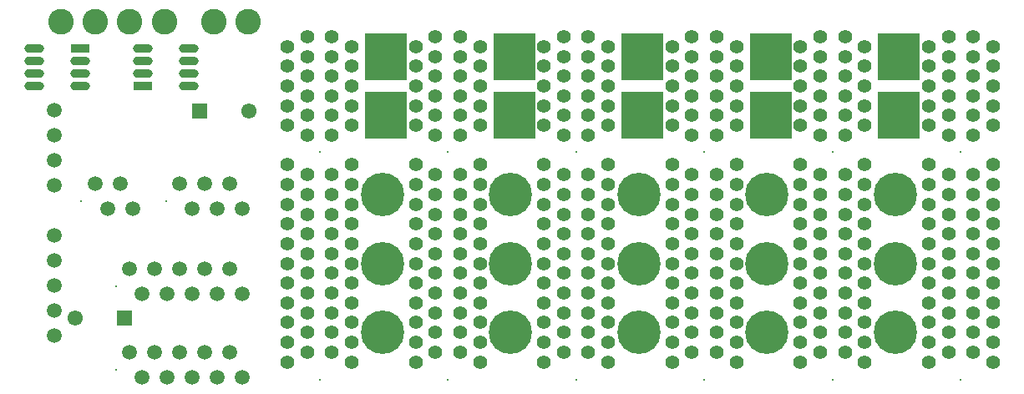
<source format=gbs>
G04 Layer_Color=16711935*
%FSLAX24Y24*%
%MOIN*%
G70*
G01*
G75*
%ADD36R,0.0610X0.0610*%
%ADD37C,0.0610*%
%ADD38C,0.1024*%
%ADD39C,0.0551*%
%ADD40C,0.0079*%
%ADD41C,0.1732*%
%ADD42C,0.0591*%
%ADD43O,0.0780X0.0362*%
%ADD44R,0.0780X0.0362*%
%ADD45R,0.1654X0.1890*%
D36*
X4331Y3346D02*
D03*
X7323Y11614D02*
D03*
D37*
X2362Y3346D02*
D03*
X9291Y11614D02*
D03*
D38*
X7874Y15157D02*
D03*
X9252D02*
D03*
X1772D02*
D03*
X4528D02*
D03*
X5906D02*
D03*
X3150D02*
D03*
D39*
X12598Y6693D02*
D03*
X11614D02*
D03*
X12598Y14567D02*
D03*
X13386Y14173D02*
D03*
X12598Y13780D02*
D03*
X13386Y13386D02*
D03*
X12598Y12992D02*
D03*
X13386Y12598D02*
D03*
X12598Y12205D02*
D03*
X13386Y11811D02*
D03*
X12598Y11417D02*
D03*
X13386Y11024D02*
D03*
X12598Y10630D02*
D03*
X13386Y9449D02*
D03*
X12598Y9055D02*
D03*
X13386Y8661D02*
D03*
X12598Y8268D02*
D03*
X13386Y7874D02*
D03*
X12598Y7480D02*
D03*
X13386Y7087D02*
D03*
Y6299D02*
D03*
X12598Y5906D02*
D03*
X13386Y5512D02*
D03*
X12598Y5118D02*
D03*
X13386Y4724D02*
D03*
X12598Y4331D02*
D03*
X13386Y3937D02*
D03*
X12598Y3543D02*
D03*
X13386Y3150D02*
D03*
X12598Y2756D02*
D03*
X13386Y2362D02*
D03*
X12598Y1969D02*
D03*
X13386Y1575D02*
D03*
X11614Y14567D02*
D03*
X10827Y14173D02*
D03*
X11614Y13780D02*
D03*
X10827Y13386D02*
D03*
X11614Y12992D02*
D03*
X10827Y12598D02*
D03*
X11614Y12205D02*
D03*
X10827Y11811D02*
D03*
X11614Y11417D02*
D03*
X10827Y11024D02*
D03*
X11614Y10630D02*
D03*
X10827Y9449D02*
D03*
X11614Y9055D02*
D03*
X10827Y8661D02*
D03*
X11614Y8268D02*
D03*
X10827Y7874D02*
D03*
X11614Y7480D02*
D03*
X10827Y7087D02*
D03*
Y6299D02*
D03*
X11614Y5906D02*
D03*
X10827Y5512D02*
D03*
X11614Y5118D02*
D03*
X10827Y4724D02*
D03*
X11614Y4331D02*
D03*
X10827Y3937D02*
D03*
X11614Y3543D02*
D03*
X10827Y3150D02*
D03*
X11614Y2756D02*
D03*
X10827Y2362D02*
D03*
X11614Y1969D02*
D03*
X10827Y1575D02*
D03*
X17717Y14567D02*
D03*
X18504Y14173D02*
D03*
X17717Y13780D02*
D03*
X18504Y13386D02*
D03*
X17717Y12992D02*
D03*
X18504Y12598D02*
D03*
X17717Y12205D02*
D03*
X18504Y11811D02*
D03*
X17717Y11417D02*
D03*
X18504Y11024D02*
D03*
X17717Y10630D02*
D03*
X18504Y9449D02*
D03*
X17717Y9055D02*
D03*
X18504Y8661D02*
D03*
X17717Y8268D02*
D03*
X18504Y7874D02*
D03*
X17717Y7480D02*
D03*
X18504Y7087D02*
D03*
X17717Y6693D02*
D03*
X18504Y6299D02*
D03*
X17717Y5906D02*
D03*
X18504Y5512D02*
D03*
X17717Y5118D02*
D03*
X18504Y4724D02*
D03*
X17717Y4331D02*
D03*
X18504Y3937D02*
D03*
X17717Y3543D02*
D03*
X18504Y3150D02*
D03*
X17717Y2756D02*
D03*
X18504Y2362D02*
D03*
X17717Y1969D02*
D03*
X18504Y1575D02*
D03*
X16732Y14567D02*
D03*
X15945Y14173D02*
D03*
X16732Y13780D02*
D03*
X15945Y13386D02*
D03*
X16732Y12992D02*
D03*
X15945Y12598D02*
D03*
X16732Y12205D02*
D03*
X15945Y11811D02*
D03*
X16732Y11417D02*
D03*
X15945Y11024D02*
D03*
X16732Y10630D02*
D03*
X15945Y9449D02*
D03*
X16732Y9055D02*
D03*
X15945Y8661D02*
D03*
X16732Y8268D02*
D03*
X15945Y7874D02*
D03*
X16732Y7480D02*
D03*
X15945Y7087D02*
D03*
X16732Y6693D02*
D03*
X15945Y6299D02*
D03*
X16732Y5906D02*
D03*
X15945Y5512D02*
D03*
X16732Y5118D02*
D03*
X15945Y4724D02*
D03*
X16732Y4331D02*
D03*
X15945Y3937D02*
D03*
X16732Y3543D02*
D03*
X15945Y3150D02*
D03*
X16732Y2756D02*
D03*
X15945Y2362D02*
D03*
X16732Y1969D02*
D03*
X15945Y1575D02*
D03*
X22835Y14567D02*
D03*
X23622Y14173D02*
D03*
X22835Y13780D02*
D03*
X23622Y13386D02*
D03*
X22835Y12992D02*
D03*
X23622Y12598D02*
D03*
X22835Y12205D02*
D03*
X23622Y11811D02*
D03*
X22835Y11417D02*
D03*
X23622Y11024D02*
D03*
X22835Y10630D02*
D03*
X23622Y9449D02*
D03*
X22835Y9055D02*
D03*
X23622Y8661D02*
D03*
X22835Y8268D02*
D03*
X23622Y7874D02*
D03*
X22835Y7480D02*
D03*
X23622Y7087D02*
D03*
X22835Y6693D02*
D03*
X23622Y6299D02*
D03*
X22835Y5906D02*
D03*
X23622Y5512D02*
D03*
X22835Y5118D02*
D03*
X23622Y4724D02*
D03*
X22835Y4331D02*
D03*
X23622Y3937D02*
D03*
X22835Y3543D02*
D03*
X23622Y3150D02*
D03*
X22835Y2756D02*
D03*
X23622Y2362D02*
D03*
X22835Y1969D02*
D03*
X23622Y1575D02*
D03*
X21850Y14567D02*
D03*
X21063Y14173D02*
D03*
X21850Y13780D02*
D03*
X21063Y13386D02*
D03*
X21850Y12992D02*
D03*
X21063Y12598D02*
D03*
X21850Y12205D02*
D03*
X21063Y11811D02*
D03*
X21850Y11417D02*
D03*
X21063Y11024D02*
D03*
X21850Y10630D02*
D03*
X21063Y9449D02*
D03*
X21850Y9055D02*
D03*
X21063Y8661D02*
D03*
X21850Y8268D02*
D03*
X21063Y7874D02*
D03*
X21850Y7480D02*
D03*
X21063Y7087D02*
D03*
X21850Y6693D02*
D03*
X21063Y6299D02*
D03*
X21850Y5906D02*
D03*
X21063Y5512D02*
D03*
X21850Y5118D02*
D03*
X21063Y4724D02*
D03*
X21850Y4331D02*
D03*
X21063Y3937D02*
D03*
X21850Y3543D02*
D03*
X21063Y3150D02*
D03*
X21850Y2756D02*
D03*
X21063Y2362D02*
D03*
X21850Y1969D02*
D03*
X21063Y1575D02*
D03*
X27953Y14567D02*
D03*
X28740Y14173D02*
D03*
X27953Y13780D02*
D03*
X28740Y13386D02*
D03*
X27953Y12992D02*
D03*
X28740Y12598D02*
D03*
X27953Y12205D02*
D03*
X28740Y11811D02*
D03*
X27953Y11417D02*
D03*
X28740Y11024D02*
D03*
X27953Y10630D02*
D03*
X28740Y9449D02*
D03*
X27953Y9055D02*
D03*
X28740Y8661D02*
D03*
X27953Y8268D02*
D03*
X28740Y7874D02*
D03*
X27953Y7480D02*
D03*
X28740Y7087D02*
D03*
X27953Y6693D02*
D03*
X28740Y6299D02*
D03*
X27953Y5906D02*
D03*
X28740Y5512D02*
D03*
X27953Y5118D02*
D03*
X28740Y4724D02*
D03*
X27953Y4331D02*
D03*
X28740Y3937D02*
D03*
X27953Y3543D02*
D03*
X28740Y3150D02*
D03*
X27953Y2756D02*
D03*
X28740Y2362D02*
D03*
X27953Y1969D02*
D03*
X28740Y1575D02*
D03*
X26969Y14567D02*
D03*
X26181Y14173D02*
D03*
X26969Y13780D02*
D03*
X26181Y13386D02*
D03*
X26969Y12992D02*
D03*
X26181Y12598D02*
D03*
X26969Y12205D02*
D03*
X26181Y11811D02*
D03*
X26969Y11417D02*
D03*
X26181Y11024D02*
D03*
X26969Y10630D02*
D03*
X26181Y9449D02*
D03*
X26969Y9055D02*
D03*
X26181Y8661D02*
D03*
X26969Y8268D02*
D03*
X26181Y7874D02*
D03*
X26969Y7480D02*
D03*
X26181Y7087D02*
D03*
X26969Y6693D02*
D03*
X26181Y6299D02*
D03*
X26969Y5906D02*
D03*
X26181Y5512D02*
D03*
X26969Y5118D02*
D03*
X26181Y4724D02*
D03*
X26969Y4331D02*
D03*
X26181Y3937D02*
D03*
X26969Y3543D02*
D03*
X26181Y3150D02*
D03*
X26969Y2756D02*
D03*
X26181Y2362D02*
D03*
X26969Y1969D02*
D03*
X26181Y1575D02*
D03*
X33071Y14567D02*
D03*
X33858Y14173D02*
D03*
X33071Y13780D02*
D03*
X33858Y13386D02*
D03*
X33071Y12992D02*
D03*
X33858Y12598D02*
D03*
X33071Y12205D02*
D03*
X33858Y11811D02*
D03*
X33071Y11417D02*
D03*
X33858Y11024D02*
D03*
X33071Y10630D02*
D03*
X33858Y9449D02*
D03*
X33071Y9055D02*
D03*
X33858Y8661D02*
D03*
X33071Y8268D02*
D03*
X33858Y7874D02*
D03*
X33071Y7480D02*
D03*
X33858Y7087D02*
D03*
X33071Y6693D02*
D03*
X33858Y6299D02*
D03*
X33071Y5906D02*
D03*
X33858Y5512D02*
D03*
X33071Y5118D02*
D03*
X33858Y4724D02*
D03*
X33071Y4331D02*
D03*
X33858Y3937D02*
D03*
X33071Y3543D02*
D03*
X33858Y3150D02*
D03*
X33071Y2756D02*
D03*
X33858Y2362D02*
D03*
X33071Y1969D02*
D03*
X33858Y1575D02*
D03*
X32087Y14567D02*
D03*
X31299Y14173D02*
D03*
X32087Y13780D02*
D03*
X31299Y13386D02*
D03*
X32087Y12992D02*
D03*
X31299Y12598D02*
D03*
X32087Y12205D02*
D03*
X31299Y11811D02*
D03*
X32087Y11417D02*
D03*
X31299Y11024D02*
D03*
X32087Y10630D02*
D03*
X31299Y9449D02*
D03*
X32087Y9055D02*
D03*
X31299Y8661D02*
D03*
X32087Y8268D02*
D03*
X31299Y7874D02*
D03*
X32087Y7480D02*
D03*
X31299Y7087D02*
D03*
X32087Y6693D02*
D03*
X31299Y6299D02*
D03*
X32087Y5906D02*
D03*
X31299Y5512D02*
D03*
X32087Y5118D02*
D03*
X31299Y4724D02*
D03*
X32087Y4331D02*
D03*
X31299Y3937D02*
D03*
X32087Y3543D02*
D03*
X31299Y3150D02*
D03*
X32087Y2756D02*
D03*
X31299Y2362D02*
D03*
X32087Y1969D02*
D03*
X31299Y1575D02*
D03*
X38189Y14567D02*
D03*
X38976Y14173D02*
D03*
X38189Y13780D02*
D03*
X38976Y13386D02*
D03*
X38189Y12992D02*
D03*
X38976Y12598D02*
D03*
X38189Y12205D02*
D03*
X38976Y11811D02*
D03*
X38189Y11417D02*
D03*
X38976Y11024D02*
D03*
X38189Y10630D02*
D03*
X38976Y9449D02*
D03*
X38189Y9055D02*
D03*
X38976Y8661D02*
D03*
X38189Y8268D02*
D03*
X38976Y7874D02*
D03*
X38189Y7480D02*
D03*
X38976Y7087D02*
D03*
X38189Y6693D02*
D03*
X38976Y6299D02*
D03*
X38189Y5906D02*
D03*
X38976Y5512D02*
D03*
X38189Y5118D02*
D03*
X38976Y4724D02*
D03*
X38189Y4331D02*
D03*
X38976Y3937D02*
D03*
X38189Y3543D02*
D03*
X38976Y3150D02*
D03*
X38189Y2756D02*
D03*
X38976Y2362D02*
D03*
X38189Y1969D02*
D03*
X38976Y1575D02*
D03*
X37205Y14567D02*
D03*
X36417Y14173D02*
D03*
X37205Y13780D02*
D03*
X36417Y13386D02*
D03*
X37205Y12992D02*
D03*
X36417Y12598D02*
D03*
X37205Y12205D02*
D03*
X36417Y11811D02*
D03*
X37205Y11417D02*
D03*
X36417Y11024D02*
D03*
X37205Y10630D02*
D03*
X36417Y9449D02*
D03*
X37205Y9055D02*
D03*
X36417Y8661D02*
D03*
X37205Y8268D02*
D03*
X36417Y7874D02*
D03*
X37205Y7480D02*
D03*
X36417Y7087D02*
D03*
X37205Y6693D02*
D03*
X36417Y6299D02*
D03*
X37205Y5906D02*
D03*
X36417Y5512D02*
D03*
X37205Y5118D02*
D03*
X36417Y4724D02*
D03*
X37205Y4331D02*
D03*
X36417Y3937D02*
D03*
X37205Y3543D02*
D03*
X36417Y3150D02*
D03*
X37205Y2756D02*
D03*
X36417Y2362D02*
D03*
X37205Y1969D02*
D03*
X36417Y1575D02*
D03*
D40*
X12106Y9980D02*
D03*
Y866D02*
D03*
X17224Y9980D02*
D03*
Y866D02*
D03*
X22343Y9980D02*
D03*
Y866D02*
D03*
X27461Y9980D02*
D03*
Y866D02*
D03*
X32579Y9980D02*
D03*
Y866D02*
D03*
X37697Y9980D02*
D03*
Y866D02*
D03*
X3976Y4606D02*
D03*
X5984Y7992D02*
D03*
X3976Y1260D02*
D03*
X2598Y7992D02*
D03*
D41*
X14606Y2756D02*
D03*
Y5512D02*
D03*
Y8268D02*
D03*
X19724Y2756D02*
D03*
Y5512D02*
D03*
X19724Y8268D02*
D03*
X24843Y2756D02*
D03*
Y5512D02*
D03*
Y8268D02*
D03*
X29961Y2756D02*
D03*
X29961Y5512D02*
D03*
X29961Y8268D02*
D03*
X35079Y2756D02*
D03*
Y5512D02*
D03*
Y8268D02*
D03*
D42*
X1535Y6622D02*
D03*
Y5622D02*
D03*
Y4622D02*
D03*
Y3622D02*
D03*
Y2622D02*
D03*
Y11622D02*
D03*
Y10622D02*
D03*
Y9622D02*
D03*
Y8622D02*
D03*
X8028Y4315D02*
D03*
X7528Y5315D02*
D03*
X7028Y4315D02*
D03*
X6528Y5315D02*
D03*
X6028Y4315D02*
D03*
X5528Y5315D02*
D03*
X5028Y4315D02*
D03*
X4528Y5315D02*
D03*
X8528D02*
D03*
X9028Y4315D02*
D03*
X9035Y7701D02*
D03*
X8535Y8701D02*
D03*
X8035Y7701D02*
D03*
X7535Y8701D02*
D03*
X7035Y7701D02*
D03*
X6535Y8701D02*
D03*
X8028Y969D02*
D03*
X7528Y1969D02*
D03*
X7028Y969D02*
D03*
X6528Y1969D02*
D03*
X6028Y969D02*
D03*
X5528Y1969D02*
D03*
X5028Y969D02*
D03*
X4528Y1969D02*
D03*
X8528D02*
D03*
X9028Y969D02*
D03*
X3150Y8701D02*
D03*
X3650Y7701D02*
D03*
X4150Y8701D02*
D03*
X4650Y7701D02*
D03*
D43*
X717Y12594D02*
D03*
Y13094D02*
D03*
Y13594D02*
D03*
Y14094D02*
D03*
X2559Y12594D02*
D03*
Y13094D02*
D03*
Y13594D02*
D03*
X6882Y14098D02*
D03*
Y13598D02*
D03*
Y13098D02*
D03*
Y12598D02*
D03*
X5039Y14098D02*
D03*
Y13598D02*
D03*
Y13098D02*
D03*
D44*
X2559Y14094D02*
D03*
X5039Y12598D02*
D03*
D45*
X14764Y13780D02*
D03*
X19882D02*
D03*
X25000D02*
D03*
X30118D02*
D03*
X35236D02*
D03*
X14764Y11417D02*
D03*
X19882D02*
D03*
X25000D02*
D03*
X30118D02*
D03*
X35236D02*
D03*
M02*

</source>
